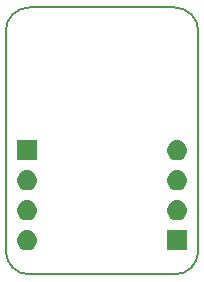
<source format=gbr>
G04 #@! TF.GenerationSoftware,KiCad,Pcbnew,5.1.4-e60b266~84~ubuntu19.04.1*
G04 #@! TF.CreationDate,2019-08-10T10:30:13+03:00*
G04 #@! TF.ProjectId,BRK-MSOP-8-3x3-P0.65,42524b2d-4d53-44f5-902d-382d3378332d,v1.1*
G04 #@! TF.SameCoordinates,Original*
G04 #@! TF.FileFunction,Soldermask,Bot*
G04 #@! TF.FilePolarity,Negative*
%FSLAX46Y46*%
G04 Gerber Fmt 4.6, Leading zero omitted, Abs format (unit mm)*
G04 Created by KiCad (PCBNEW 5.1.4-e60b266~84~ubuntu19.04.1) date 2019-08-10 10:30:13*
%MOMM*%
%LPD*%
G04 APERTURE LIST*
%ADD10C,0.150000*%
%ADD11C,0.100000*%
G04 APERTURE END LIST*
D10*
X53000000Y-70600000D02*
G75*
G02X51000000Y-68600000I0J2000000D01*
G01*
X67300000Y-68600000D02*
G75*
G02X65300000Y-70600000I-2000000J0D01*
G01*
X65300000Y-48000000D02*
G75*
G02X67300000Y-50000000I0J-2000000D01*
G01*
X51000000Y-50000000D02*
G75*
G02X53000000Y-48000000I2000000J0D01*
G01*
X65300000Y-70600000D02*
X53000000Y-70600000D01*
X67300000Y-50000000D02*
X67300000Y-68600000D01*
X53000000Y-48000000D02*
X65300000Y-48000000D01*
X51000000Y-68600000D02*
X51000000Y-50000000D01*
D11*
G36*
X66350000Y-68570000D02*
G01*
X64650000Y-68570000D01*
X64650000Y-66870000D01*
X66350000Y-66870000D01*
X66350000Y-68570000D01*
X66350000Y-68570000D01*
G37*
G36*
X52966627Y-66882299D02*
G01*
X53126856Y-66930903D01*
X53274519Y-67009830D01*
X53403949Y-67116051D01*
X53510170Y-67245481D01*
X53589097Y-67393144D01*
X53637702Y-67553373D01*
X53654113Y-67720000D01*
X53637702Y-67886627D01*
X53589097Y-68046856D01*
X53510170Y-68194519D01*
X53403949Y-68323949D01*
X53274519Y-68430170D01*
X53126856Y-68509097D01*
X52966627Y-68557701D01*
X52841757Y-68570000D01*
X52758243Y-68570000D01*
X52633373Y-68557701D01*
X52473144Y-68509097D01*
X52325481Y-68430170D01*
X52196051Y-68323949D01*
X52089830Y-68194519D01*
X52010903Y-68046856D01*
X51962298Y-67886627D01*
X51945887Y-67720000D01*
X51962298Y-67553373D01*
X52010903Y-67393144D01*
X52089830Y-67245481D01*
X52196051Y-67116051D01*
X52325481Y-67009830D01*
X52473144Y-66930903D01*
X52633373Y-66882299D01*
X52758243Y-66870000D01*
X52841757Y-66870000D01*
X52966627Y-66882299D01*
X52966627Y-66882299D01*
G37*
G36*
X65666627Y-64342299D02*
G01*
X65826856Y-64390903D01*
X65974519Y-64469830D01*
X66103949Y-64576051D01*
X66210170Y-64705481D01*
X66289097Y-64853144D01*
X66337702Y-65013373D01*
X66354113Y-65180000D01*
X66337702Y-65346627D01*
X66289097Y-65506856D01*
X66210170Y-65654519D01*
X66103949Y-65783949D01*
X65974519Y-65890170D01*
X65826856Y-65969097D01*
X65666627Y-66017701D01*
X65541757Y-66030000D01*
X65458243Y-66030000D01*
X65333373Y-66017701D01*
X65173144Y-65969097D01*
X65025481Y-65890170D01*
X64896051Y-65783949D01*
X64789830Y-65654519D01*
X64710903Y-65506856D01*
X64662298Y-65346627D01*
X64645887Y-65180000D01*
X64662298Y-65013373D01*
X64710903Y-64853144D01*
X64789830Y-64705481D01*
X64896051Y-64576051D01*
X65025481Y-64469830D01*
X65173144Y-64390903D01*
X65333373Y-64342299D01*
X65458243Y-64330000D01*
X65541757Y-64330000D01*
X65666627Y-64342299D01*
X65666627Y-64342299D01*
G37*
G36*
X52966627Y-64342299D02*
G01*
X53126856Y-64390903D01*
X53274519Y-64469830D01*
X53403949Y-64576051D01*
X53510170Y-64705481D01*
X53589097Y-64853144D01*
X53637702Y-65013373D01*
X53654113Y-65180000D01*
X53637702Y-65346627D01*
X53589097Y-65506856D01*
X53510170Y-65654519D01*
X53403949Y-65783949D01*
X53274519Y-65890170D01*
X53126856Y-65969097D01*
X52966627Y-66017701D01*
X52841757Y-66030000D01*
X52758243Y-66030000D01*
X52633373Y-66017701D01*
X52473144Y-65969097D01*
X52325481Y-65890170D01*
X52196051Y-65783949D01*
X52089830Y-65654519D01*
X52010903Y-65506856D01*
X51962298Y-65346627D01*
X51945887Y-65180000D01*
X51962298Y-65013373D01*
X52010903Y-64853144D01*
X52089830Y-64705481D01*
X52196051Y-64576051D01*
X52325481Y-64469830D01*
X52473144Y-64390903D01*
X52633373Y-64342299D01*
X52758243Y-64330000D01*
X52841757Y-64330000D01*
X52966627Y-64342299D01*
X52966627Y-64342299D01*
G37*
G36*
X65666627Y-61802299D02*
G01*
X65826856Y-61850903D01*
X65974519Y-61929830D01*
X66103949Y-62036051D01*
X66210170Y-62165481D01*
X66289097Y-62313144D01*
X66337702Y-62473373D01*
X66354113Y-62640000D01*
X66337702Y-62806627D01*
X66289097Y-62966856D01*
X66210170Y-63114519D01*
X66103949Y-63243949D01*
X65974519Y-63350170D01*
X65826856Y-63429097D01*
X65666627Y-63477701D01*
X65541757Y-63490000D01*
X65458243Y-63490000D01*
X65333373Y-63477701D01*
X65173144Y-63429097D01*
X65025481Y-63350170D01*
X64896051Y-63243949D01*
X64789830Y-63114519D01*
X64710903Y-62966856D01*
X64662298Y-62806627D01*
X64645887Y-62640000D01*
X64662298Y-62473373D01*
X64710903Y-62313144D01*
X64789830Y-62165481D01*
X64896051Y-62036051D01*
X65025481Y-61929830D01*
X65173144Y-61850903D01*
X65333373Y-61802299D01*
X65458243Y-61790000D01*
X65541757Y-61790000D01*
X65666627Y-61802299D01*
X65666627Y-61802299D01*
G37*
G36*
X52966627Y-61802299D02*
G01*
X53126856Y-61850903D01*
X53274519Y-61929830D01*
X53403949Y-62036051D01*
X53510170Y-62165481D01*
X53589097Y-62313144D01*
X53637702Y-62473373D01*
X53654113Y-62640000D01*
X53637702Y-62806627D01*
X53589097Y-62966856D01*
X53510170Y-63114519D01*
X53403949Y-63243949D01*
X53274519Y-63350170D01*
X53126856Y-63429097D01*
X52966627Y-63477701D01*
X52841757Y-63490000D01*
X52758243Y-63490000D01*
X52633373Y-63477701D01*
X52473144Y-63429097D01*
X52325481Y-63350170D01*
X52196051Y-63243949D01*
X52089830Y-63114519D01*
X52010903Y-62966856D01*
X51962298Y-62806627D01*
X51945887Y-62640000D01*
X51962298Y-62473373D01*
X52010903Y-62313144D01*
X52089830Y-62165481D01*
X52196051Y-62036051D01*
X52325481Y-61929830D01*
X52473144Y-61850903D01*
X52633373Y-61802299D01*
X52758243Y-61790000D01*
X52841757Y-61790000D01*
X52966627Y-61802299D01*
X52966627Y-61802299D01*
G37*
G36*
X65666627Y-59262299D02*
G01*
X65826856Y-59310903D01*
X65974519Y-59389830D01*
X66103949Y-59496051D01*
X66210170Y-59625481D01*
X66289097Y-59773144D01*
X66337702Y-59933373D01*
X66354113Y-60100000D01*
X66337702Y-60266627D01*
X66289097Y-60426856D01*
X66210170Y-60574519D01*
X66103949Y-60703949D01*
X65974519Y-60810170D01*
X65826856Y-60889097D01*
X65666627Y-60937701D01*
X65541757Y-60950000D01*
X65458243Y-60950000D01*
X65333373Y-60937701D01*
X65173144Y-60889097D01*
X65025481Y-60810170D01*
X64896051Y-60703949D01*
X64789830Y-60574519D01*
X64710903Y-60426856D01*
X64662298Y-60266627D01*
X64645887Y-60100000D01*
X64662298Y-59933373D01*
X64710903Y-59773144D01*
X64789830Y-59625481D01*
X64896051Y-59496051D01*
X65025481Y-59389830D01*
X65173144Y-59310903D01*
X65333373Y-59262299D01*
X65458243Y-59250000D01*
X65541757Y-59250000D01*
X65666627Y-59262299D01*
X65666627Y-59262299D01*
G37*
G36*
X53650000Y-60950000D02*
G01*
X51950000Y-60950000D01*
X51950000Y-59250000D01*
X53650000Y-59250000D01*
X53650000Y-60950000D01*
X53650000Y-60950000D01*
G37*
M02*

</source>
